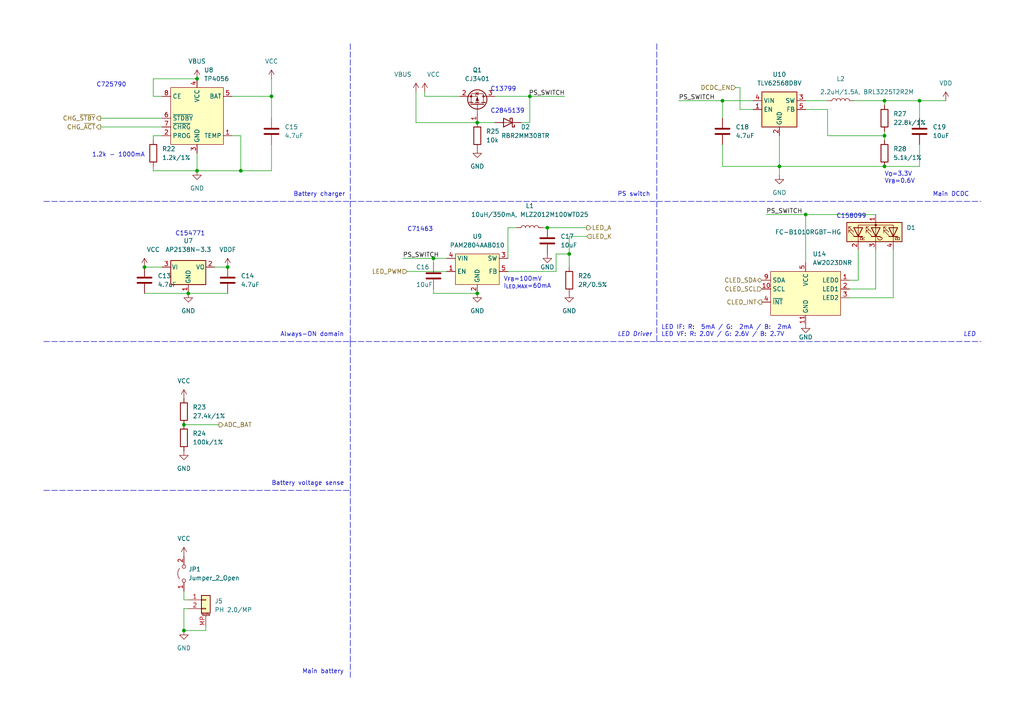
<source format=kicad_sch>
(kicad_sch (version 20211123) (generator eeschema)
  (paper "A4")
  (title_block (title "Home Sensor Tag") (rev "A0") (company "iM.Inc") (comment 1 "PRE-RELEASE"))
  (lib_symbols
    (symbol "Battery_Management_Local:TP4056"
      (property "Reference" "U" (at 0 0 0))
      (property "Value" "TP4056" (at 25.4 11.43 0))
      (symbol "TP4056_0_0"
        (pin input line (at 10.16 -5.08 180) (length 2.54) (name "TEMP") (number "1"))
        (pin input line (at -10.16 -5.08 0) (length 2.54) (name "PROG") (number "2"))
        (pin power_in line (at 0 -10.16 90) (length 2.54) (name "GND") (number "3"))
        (pin power_in line (at 0 11.43 270) (length 2.54) (name "VCC") (number "4"))
        (pin power_out line (at 10.16 6.35 180) (length 2.54) (name "BAT") (number "5"))
        (pin open_collector line (at -10.16 0 0) (length 2.54) (name "~{STDBY}") (number "6"))
        (pin open_collector line (at -10.16 -2.54 0) (length 2.54) (name "~{CHRG}") (number "7"))
        (pin input line (at -10.16 6.35 0) (length 2.54) (name "CE") (number "8"))
      )
      (symbol "TP4056_0_1"
        (rectangle (start -7.62 8.89) (end 7.62 -7.62) (fill (type background)))
      )
      (symbol "TP4056_1_1"
        (pin passive line (at 10.16 0 180) (length 2.54) hide (name "EP") (number "9"))
      )
    )
    (symbol "Connector_Generic_MountingPin:Conn_01x02_MountingPin" (pin_names (offset 1.016) hide)
      (property "Reference" "J" (at 0 2.54 0))
      (property "Value" "Conn_01x02_MountingPin" (at 1.27 -5.08 0))
      (symbol "Conn_01x02_MountingPin_1_1"
        (rectangle (start -1.27 -2.413) (end 0 -2.667) (stroke (width 0.1524)))
        (rectangle (start -1.27 0.127) (end 0 -0.127) (stroke (width 0.1524)))
        (rectangle (start -1.27 1.27) (end 1.27 -3.81) (stroke (width 0.254)) (fill (type background)))
        (polyline (pts (xy -1.016 -4.572) (xy 1.016 -4.572)) (stroke (width 0.1524)))
        (text "Mounting" (at 0 -4.191 0) (effects (font (size 0.381 0.381))))
        (pin passive line (at -5.08 0 0) (length 3.81) (name "Pin_1") (number "1"))
        (pin passive line (at -5.08 -2.54 0) (length 3.81) (name "Pin_2") (number "2"))
        (pin passive line (at 0 -7.62 90) (length 3.048) (name "MountPin") (number "MP"))
      )
    )
    (symbol "Device:C" (pin_numbers hide) (pin_names (offset 0.254))
      (property "Reference" "C" (at 0.635 2.54 0))
      (property "Value" "C" (at 0.635 -2.54 0))
      (symbol "C_0_1"
        (polyline (pts (xy -2.032 -0.762) (xy 2.032 -0.762)) (stroke (width 0.508)))
        (polyline (pts (xy -2.032 0.762) (xy 2.032 0.762)) (stroke (width 0.508)))
      )
      (symbol "C_1_1"
        (pin passive line (at 0 3.81 270) (length 2.794) (name "~") (number "1"))
        (pin passive line (at 0 -3.81 90) (length 2.794) (name "~") (number "2"))
      )
    )
    (symbol "Device:D_Schottky" (pin_numbers hide) (pin_names (offset 1.016) hide)
      (property "Reference" "D" (at 0 2.54 0))
      (property "Value" "D_Schottky" (at 0 -2.54 0))
      (symbol "D_Schottky_0_1"
        (polyline (pts (xy 1.27 0) (xy -1.27 0)))
        (polyline (pts (xy 1.27 1.27) (xy 1.27 -1.27) (xy -1.27 0) (xy 1.27 1.27)) (stroke (width 0.254)))
        (polyline (pts (xy -1.905 0.635) (xy -1.905 1.27) (xy -1.27 1.27) (xy -1.27 -1.27) (xy -0.635 -1.27) (xy -0.635 -0.635)) (stroke (width 0.254)))
      )
      (symbol "D_Schottky_1_1"
        (pin passive line (at -3.81 0 0) (length 2.54) (name "K") (number "1"))
        (pin passive line (at 3.81 0 180) (length 2.54) (name "A") (number "2"))
      )
    )
    (symbol "Device:L" (pin_numbers hide) (pin_names (offset 1.016) hide)
      (property "Reference" "L" (at -1.27 0 90))
      (property "Value" "L" (at 1.905 0 90))
      (symbol "L_0_1"
        (arc (start 0 -2.54) (mid 0.635 -1.905) (end 0 -1.27))
        (arc (start 0 -1.27) (mid 0.635 -0.635) (end 0 0))
        (arc (start 0 0) (mid 0.635 0.635) (end 0 1.27))
        (arc (start 0 1.27) (mid 0.635 1.905) (end 0 2.54))
      )
      (symbol "L_1_1"
        (pin passive line (at 0 3.81 270) (length 1.27) (name "1") (number "1"))
        (pin passive line (at 0 -3.81 90) (length 1.27) (name "2") (number "2"))
      )
    )
    (symbol "Device:LED_ARGB" (pin_names (offset 0) hide)
      (property "Reference" "D" (at 0 9.398 0))
      (property "Value" "LED_ARGB" (at 0 -8.89 0))
      (symbol "LED_ARGB_0_0"
        (text "B" (at -1.905 -6.35 0) (effects (font (size 1.27 1.27))))
        (text "G" (at -1.905 -1.27 0) (effects (font (size 1.27 1.27))))
        (text "R" (at -1.905 3.81 0) (effects (font (size 1.27 1.27))))
      )
      (symbol "LED_ARGB_0_1"
        (polyline (pts (xy -1.27 -5.08) (xy -2.54 -5.08)))
        (polyline (pts (xy -1.27 -5.08) (xy 1.27 -5.08)))
        (polyline (pts (xy -1.27 -3.81) (xy -1.27 -6.35)) (stroke (width 0.254)))
        (polyline (pts (xy -1.27 0) (xy -2.54 0)))
        (polyline (pts (xy -1.27 1.27) (xy -1.27 -1.27)) (stroke (width 0.254)))
        (polyline (pts (xy -1.27 5.08) (xy -2.54 5.08)))
        (polyline (pts (xy -1.27 5.08) (xy 1.27 5.08)))
        (polyline (pts (xy -1.27 6.35) (xy -1.27 3.81)) (stroke (width 0.254)))
        (polyline (pts (xy 1.27 0) (xy -1.27 0)))
        (polyline (pts (xy 1.27 0) (xy 2.54 0)))
        (polyline (pts (xy -1.27 1.27) (xy -1.27 -1.27) (xy -1.27 -1.27)))
        (polyline (pts (xy -1.27 6.35) (xy -1.27 3.81) (xy -1.27 3.81)))
        (polyline (pts (xy 1.27 -5.08) (xy 2.032 -5.08) (xy 2.032 5.08) (xy 1.27 5.08)))
        (polyline (pts (xy 1.27 -3.81) (xy 1.27 -6.35) (xy -1.27 -5.08) (xy 1.27 -3.81)) (stroke (width 0.254)))
        (polyline (pts (xy 1.27 1.27) (xy 1.27 -1.27) (xy -1.27 0) (xy 1.27 1.27)) (stroke (width 0.254)))
        (polyline (pts (xy 1.27 6.35) (xy 1.27 3.81) (xy -1.27 5.08) (xy 1.27 6.35)) (stroke (width 0.254)))
        (polyline (pts (xy -1.016 -3.81) (xy 0.508 -2.286) (xy -0.254 -2.286) (xy 0.508 -2.286) (xy 0.508 -3.048)))
        (polyline (pts (xy -1.016 1.27) (xy 0.508 2.794) (xy -0.254 2.794) (xy 0.508 2.794) (xy 0.508 2.032)))
        (polyline (pts (xy -1.016 6.35) (xy 0.508 7.874) (xy -0.254 7.874) (xy 0.508 7.874) (xy 0.508 7.112)))
        (polyline (pts (xy 0 -3.81) (xy 1.524 -2.286) (xy 0.762 -2.286) (xy 1.524 -2.286) (xy 1.524 -3.048)))
        (polyline (pts (xy 0 1.27) (xy 1.524 2.794) (xy 0.762 2.794) (xy 1.524 2.794) (xy 1.524 2.032)))
        (polyline (pts (xy 0 6.35) (xy 1.524 7.874) (xy 0.762 7.874) (xy 1.524 7.874) (xy 1.524 7.112)))
        (rectangle (start 1.27 -1.27) (end 1.27 1.27))
        (rectangle (start 1.27 1.27) (end 1.27 1.27))
        (rectangle (start 1.27 3.81) (end 1.27 6.35))
        (rectangle (start 1.27 6.35) (end 1.27 6.35))
        (circle (center 2.032 0) (radius 0.254) (fill (type outline)))
        (rectangle (start 2.794 8.382) (end -2.794 -7.62) (stroke (width 0.254)) (fill (type background)))
      )
      (symbol "LED_ARGB_1_1"
        (pin passive line (at 5.08 0 180) (length 2.54) (name "A") (number "1"))
        (pin passive line (at -5.08 5.08 0) (length 2.54) (name "RK") (number "2"))
        (pin passive line (at -5.08 0 0) (length 2.54) (name "GK") (number "3"))
        (pin passive line (at -5.08 -5.08 0) (length 2.54) (name "BK") (number "4"))
      )
    )
    (symbol "Device:Q_PMOS_GSD" (pin_names (offset 0) hide)
      (property "Reference" "Q" (at 5.08 1.27 0))
      (property "Value" "Q_PMOS_GSD" (at 5.08 -1.27 0))
      (symbol "Q_PMOS_GSD_0_1"
        (polyline (pts (xy 0.254 0) (xy -2.54 0)))
        (polyline (pts (xy 0.254 1.905) (xy 0.254 -1.905)) (stroke (width 0.254)))
        (polyline (pts (xy 0.762 -1.27) (xy 0.762 -2.286)) (stroke (width 0.254)))
        (polyline (pts (xy 0.762 0.508) (xy 0.762 -0.508)) (stroke (width 0.254)))
        (polyline (pts (xy 0.762 2.286) (xy 0.762 1.27)) (stroke (width 0.254)))
        (polyline (pts (xy 2.54 2.54) (xy 2.54 1.778)))
        (polyline (pts (xy 2.54 -2.54) (xy 2.54 0) (xy 0.762 0)))
        (polyline (pts (xy 0.762 1.778) (xy 3.302 1.778) (xy 3.302 -1.778) (xy 0.762 -1.778)))
        (polyline (pts (xy 2.286 0) (xy 1.27 0.381) (xy 1.27 -0.381) (xy 2.286 0)) (fill (type outline)))
        (polyline (pts (xy 2.794 -0.508) (xy 2.921 -0.381) (xy 3.683 -0.381) (xy 3.81 -0.254)))
        (polyline (pts (xy 3.302 -0.381) (xy 2.921 0.254) (xy 3.683 0.254) (xy 3.302 -0.381)))
        (circle (center 1.651 0) (radius 2.794) (stroke (width 0.254)))
        (circle (center 2.54 -1.778) (radius 0.254) (fill (type outline)))
        (circle (center 2.54 1.778) (radius 0.254) (fill (type outline)))
      )
      (symbol "Q_PMOS_GSD_1_1"
        (pin input line (at -5.08 0 0) (length 2.54) (name "G") (number "1"))
        (pin passive line (at 2.54 -5.08 90) (length 2.54) (name "S") (number "2"))
        (pin passive line (at 2.54 5.08 270) (length 2.54) (name "D") (number "3"))
      )
    )
    (symbol "Device:R" (pin_numbers hide) (pin_names (offset 0))
      (property "Reference" "R" (at 2.032 0 90))
      (property "Value" "R" (at 0 0 90))
      (symbol "R_0_1"
        (rectangle (start -1.016 -2.54) (end 1.016 2.54) (stroke (width 0.254)))
      )
      (symbol "R_1_1"
        (pin passive line (at 0 3.81 270) (length 1.27) (name "~") (number "1"))
        (pin passive line (at 0 -3.81 90) (length 1.27) (name "~") (number "2"))
      )
    )
    (symbol "Jumper:Jumper_2_Open" (pin_names (offset 0) hide)
      (property "Reference" "JP" (at 0 2.794 0))
      (property "Value" "Jumper_2_Open" (at 0 -2.286 0))
      (symbol "Jumper_2_Open_0_0"
        (circle (center -2.032 0) (radius 0.508))
        (circle (center 2.032 0) (radius 0.508))
      )
      (symbol "Jumper_2_Open_0_1"
        (arc (start 1.524 1.27) (mid 0 1.778) (end -1.524 1.27))
      )
      (symbol "Jumper_2_Open_1_1"
        (pin passive line (at -5.08 0 0) (length 2.54) (name "A") (number "1"))
        (pin passive line (at 5.08 0 180) (length 2.54) (name "B") (number "2"))
      )
    )
    (symbol "LED_Driver:AW2023DNR"
      (property "Reference" "U" (at -8.89 6.35 0))
      (property "Value" "AW2023DNR" (at 7.62 6.35 0))
      (symbol "AW2023DNR_0_0"
        (pin power_out line (at 12.7 2.54 180) (length 2.54) (name "LED0") (number "1"))
        (pin input line (at -12.7 0 0) (length 2.54) (name "SCL") (number "10"))
        (pin input line (at 0 -10.16 90) (length 2.54) (name "GND") (number "11"))
        (pin power_out line (at 12.7 0 180) (length 2.54) (name "LED1") (number "2"))
        (pin power_out line (at 12.7 -2.54 180) (length 2.54) (name "LED2") (number "3"))
        (pin open_collector line (at -12.7 -3.81 0) (length 2.54) (name "~{INT}") (number "4"))
        (pin power_in line (at 0 7.62 270) (length 2.54) (name "VCC") (number "5"))
        (pin no_connect line (at 12.7 -5.08 180) (length 2.54) hide (name "NC") (number "6"))
        (pin no_connect line (at 12.7 -5.08 180) (length 2.54) hide (name "NC") (number "7"))
        (pin no_connect line (at 12.7 -5.08 180) (length 2.54) hide (name "NC") (number "8"))
        (pin tri_state line (at -12.7 2.54 0) (length 2.54) (name "SDA") (number "9"))
      )
      (symbol "AW2023DNR_0_1"
        (rectangle (start -10.16 5.08) (end 10.16 -7.62) (stroke (width 0.1524)) (fill (type background)))
      )
    )
    (symbol "LED_Driver:PAM2804AAB010"
      (property "Reference" "U" (at -6.35 5.08 0))
      (property "Value" "PAM2804AAB010" (at 10.16 5.08 0))
      (symbol "PAM2804AAB010_0_0"
        (pin input line (at -8.89 -1.27 0) (length 2.54) (name "EN") (number "1"))
        (pin power_in line (at 0 -7.62 90) (length 2.54) (name "GND") (number "2"))
        (pin power_out line (at 8.89 2.54 180) (length 2.54) (name "SW") (number "3"))
        (pin power_in line (at -8.89 2.54 0) (length 2.54) (name "VIN") (number "4"))
        (pin input line (at 8.89 -1.27 180) (length 2.54) (name "FB") (number "5"))
      )
      (symbol "PAM2804AAB010_0_1"
        (rectangle (start -6.35 3.81) (end 6.35 -5.08) (fill (type background)))
      )
    )
    (symbol "Regulator_Linear:AP2127N-3.3" (pin_names (offset 0.254))
      (property "Reference" "U" (at -3.81 3.175 0))
      (property "Value" "AP2127N-3.3" (at 0 3.175 0))
      (symbol "AP2127N-3.3_0_1"
        (rectangle (start -5.08 1.905) (end 5.08 -5.08) (stroke (width 0.254)) (fill (type background)))
      )
      (symbol "AP2127N-3.3_1_1"
        (pin power_in line (at 0 -7.62 90) (length 2.54) (name "GND") (number "1"))
        (pin power_out line (at 7.62 0 180) (length 2.54) (name "VO") (number "2"))
        (pin power_in line (at -7.62 0 0) (length 2.54) (name "VI") (number "3"))
      )
    )
    (symbol "Regulator_Switching:TLV62568DBV"
      (property "Reference" "U" (at -5.08 6.35 0))
      (property "Value" "TLV62568DBV" (at 0 6.35 0))
      (symbol "TLV62568DBV_0_1"
        (rectangle (start -5.08 5.08) (end 5.08 -5.08) (stroke (width 0.254)) (fill (type background)))
      )
      (symbol "TLV62568DBV_1_1"
        (pin input line (at -7.62 0 0) (length 2.54) (name "EN") (number "1"))
        (pin power_in line (at 0 -7.62 90) (length 2.54) (name "GND") (number "2"))
        (pin power_out line (at 7.62 2.54 180) (length 2.54) (name "SW") (number "3"))
        (pin power_in line (at -7.62 2.54 0) (length 2.54) (name "VIN") (number "4"))
        (pin input line (at 7.62 0 180) (length 2.54) (name "FB") (number "5"))
      )
    )
    (symbol "power:GND" (power) (pin_names (offset 0))
      (property "Value" "GND" (at 0 -3.81 0))
      (symbol "GND_0_1"
        (polyline (pts (xy 0 0) (xy 0 -1.27) (xy 1.27 -1.27) (xy 0 -2.54) (xy -1.27 -1.27) (xy 0 -1.27)))
      )
      (symbol "GND_1_1"
        (pin power_in line (at 0 0 270) (length 0) hide (name "GND") (number "1"))
      )
    )
    (symbol "power:VBUS" (power) (pin_names (offset 0))
      (property "Value" "VBUS" (at 0 3.81 0))
      (symbol "VBUS_0_1"
        (polyline (pts (xy -0.762 1.27) (xy 0 2.54)))
        (polyline (pts (xy 0 0) (xy 0 2.54)))
        (polyline (pts (xy 0 2.54) (xy 0.762 1.27)))
      )
      (symbol "VBUS_1_1"
        (pin power_in line (at 0 0 90) (length 0) hide (name "VBUS") (number "1"))
      )
    )
    (symbol "power:VCC" (power) (pin_names (offset 0))
      (property "Value" "VCC" (at 0 3.81 0))
      (symbol "VCC_0_1"
        (polyline (pts (xy -0.762 1.27) (xy 0 2.54)))
        (polyline (pts (xy 0 0) (xy 0 2.54)))
        (polyline (pts (xy 0 2.54) (xy 0.762 1.27)))
      )
      (symbol "VCC_1_1"
        (pin power_in line (at 0 0 90) (length 0) hide (name "VCC") (number "1"))
      )
    )
    (symbol "power:VDD" (power) (pin_names (offset 0))
      (property "Value" "VDD" (at 0 3.81 0))
      (symbol "VDD_0_1"
        (polyline (pts (xy -0.762 1.27) (xy 0 2.54)))
        (polyline (pts (xy 0 0) (xy 0 2.54)))
        (polyline (pts (xy 0 2.54) (xy 0.762 1.27)))
      )
      (symbol "VDD_1_1"
        (pin power_in line (at 0 0 90) (length 0) hide (name "VDD") (number "1"))
      )
    )
    (symbol "power:VDDF" (power) (pin_names (offset 0))
      (property "Value" "VDDF" (at 0 3.81 0))
      (symbol "VDDF_0_1"
        (polyline (pts (xy -0.762 1.27) (xy 0 2.54)))
        (polyline (pts (xy 0 0) (xy 0 2.54)))
        (polyline (pts (xy 0 2.54) (xy 0.762 1.27)))
      )
      (symbol "VDDF_1_1"
        (pin power_in line (at 0 0 90) (length 0) hide (name "VDDF") (number "1"))
      )
    )
  )
  (junction (at 158.75 66.04))
  (junction (at 69.85 49.53))
  (junction (at 266.7 29.21))
  (junction (at 256.54 48.26))
  (junction (at 256.54 29.21))
  (junction (at 209.55 29.21))
  (junction (at 53.34 182.88))
  (junction (at 233.68 62.23))
  (junction (at 66.04 77.47))
  (junction (at 57.15 22.86))
  (junction (at 256.54 39.37))
  (junction (at 57.15 49.53))
  (junction (at 165.1 73.66))
  (junction (at 153.67 27.94))
  (junction (at 138.43 35.56))
  (junction (at 226.06 48.26))
  (junction (at 125.73 74.93))
  (junction (at 138.43 85.09))
  (junction (at 41.91 77.47))
  (junction (at 54.61 85.09))
  (junction (at 78.74 27.94))
  (junction (at 53.34 123.19))
  (wire (pts (xy 165.1 68.58) (xy 170.18 68.58)))
  (wire (pts (xy 254 72.39) (xy 254 83.82)))
  (polyline (pts (xy 101.6 58.42) (xy 190.5 58.42)))
  (wire (pts (xy 158.75 66.04) (xy 170.18 66.04)))
  (wire (pts (xy 44.45 27.94) (xy 44.45 22.86)))
  (polyline (pts (xy 101.6 99.06) (xy 190.5 99.06)))
  (wire (pts (xy 147.32 78.74) (xy 161.29 78.74)))
  (wire (pts (xy 153.67 27.94) (xy 153.67 35.56)))
  (wire (pts (xy 248.92 81.28) (xy 248.92 72.39)))
  (wire (pts (xy 123.19 27.94) (xy 133.35 27.94)))
  (wire (pts (xy 233.68 31.75) (xy 240.03 31.75)))
  (polyline (pts (xy 190.5 58.42) (xy 284.48 58.42)))
  (wire (pts (xy 165.1 68.58) (xy 165.1 73.66)))
  (wire (pts (xy 226.06 48.26) (xy 226.06 50.8)))
  (wire (pts (xy 57.15 44.45) (xy 57.15 49.53)))
  (wire (pts (xy 118.11 78.74) (xy 129.54 78.74)))
  (wire (pts (xy 165.1 73.66) (xy 165.1 77.47)))
  (wire (pts (xy 256.54 39.37) (xy 256.54 40.64)))
  (wire (pts (xy 161.29 78.74) (xy 161.29 73.66)))
  (wire (pts (xy 246.38 81.28) (xy 248.92 81.28)))
  (wire (pts (xy 44.45 39.37) (xy 46.99 39.37)))
  (wire (pts (xy 53.34 171.45) (xy 53.34 173.99)))
  (wire (pts (xy 120.65 35.56) (xy 138.43 35.56)))
  (wire (pts (xy 41.91 85.09) (xy 54.61 85.09)))
  (wire (pts (xy 44.45 40.64) (xy 44.45 39.37)))
  (wire (pts (xy 209.55 48.26) (xy 226.06 48.26)))
  (wire (pts (xy 226.06 39.37) (xy 226.06 48.26)))
  (wire (pts (xy 254 83.82) (xy 246.38 83.82)))
  (wire (pts (xy 233.68 62.23) (xy 233.68 76.2)))
  (wire (pts (xy 44.45 22.86) (xy 57.15 22.86)))
  (wire (pts (xy 78.74 41.91) (xy 78.74 49.53)))
  (wire (pts (xy 69.85 39.37) (xy 69.85 49.53)))
  (wire (pts (xy 209.55 34.29) (xy 209.55 29.21)))
  (wire (pts (xy 266.7 48.26) (xy 256.54 48.26)))
  (wire (pts (xy 246.38 86.36) (xy 259.08 86.36)))
  (wire (pts (xy 240.03 31.75) (xy 240.03 39.37)))
  (wire (pts (xy 125.73 74.93) (xy 129.54 74.93)))
  (wire (pts (xy 256.54 29.21) (xy 266.7 29.21)))
  (polyline (pts (xy 190.5 58.42) (xy 190.5 99.06)))
  (wire (pts (xy 259.08 72.39) (xy 259.08 86.36)))
  (wire (pts (xy 120.65 26.67) (xy 120.65 35.56)))
  (wire (pts (xy 266.7 29.21) (xy 274.32 29.21)))
  (polyline (pts (xy 101.6 58.42) (xy 101.6 99.06)))
  (wire (pts (xy 138.43 35.56) (xy 143.51 35.56)))
  (wire (pts (xy 247.65 29.21) (xy 256.54 29.21)))
  (wire (pts (xy 54.61 85.09) (xy 66.04 85.09)))
  (polyline (pts (xy 190.5 12.7) (xy 190.5 58.42)))
  (wire (pts (xy 78.74 22.86) (xy 78.74 27.94)))
  (wire (pts (xy 53.34 123.19) (xy 63.5 123.19)))
  (wire (pts (xy 67.31 27.94) (xy 78.74 27.94)))
  (wire (pts (xy 153.67 27.94) (xy 163.83 27.94)))
  (polyline (pts (xy 101.6 12.7) (xy 101.6 58.42)))
  (wire (pts (xy 46.99 34.29) (xy 29.21 34.29)))
  (wire (pts (xy 240.03 39.37) (xy 256.54 39.37)))
  (wire (pts (xy 196.85 29.21) (xy 209.55 29.21)))
  (polyline (pts (xy 12.7 99.06) (xy 101.6 99.06)))
  (wire (pts (xy 214.63 31.75) (xy 218.44 31.75)))
  (wire (pts (xy 153.67 35.56) (xy 151.13 35.56)))
  (wire (pts (xy 62.23 77.47) (xy 66.04 77.47)))
  (wire (pts (xy 41.91 77.47) (xy 46.99 77.47)))
  (wire (pts (xy 125.73 85.09) (xy 138.43 85.09)))
  (wire (pts (xy 214.63 25.4) (xy 214.63 31.75)))
  (wire (pts (xy 157.48 66.04) (xy 158.75 66.04)))
  (wire (pts (xy 59.69 182.88) (xy 59.69 181.61)))
  (wire (pts (xy 53.34 176.53) (xy 53.34 182.88)))
  (wire (pts (xy 44.45 49.53) (xy 57.15 49.53)))
  (wire (pts (xy 44.45 48.26) (xy 44.45 49.53)))
  (wire (pts (xy 161.29 73.66) (xy 165.1 73.66)))
  (wire (pts (xy 57.15 49.53) (xy 69.85 49.53)))
  (wire (pts (xy 69.85 49.53) (xy 78.74 49.53)))
  (wire (pts (xy 125.73 74.93) (xy 125.73 76.2)))
  (wire (pts (xy 46.99 27.94) (xy 44.45 27.94)))
  (wire (pts (xy 266.7 41.91) (xy 266.7 48.26)))
  (wire (pts (xy 53.34 182.88) (xy 59.69 182.88)))
  (polyline (pts (xy 101.6 99.06) (xy 101.6 142.24)))
  (wire (pts (xy 209.55 41.91) (xy 209.55 48.26)))
  (wire (pts (xy 143.51 27.94) (xy 153.67 27.94)))
  (wire (pts (xy 54.61 176.53) (xy 53.34 176.53)))
  (wire (pts (xy 116.84 74.93) (xy 125.73 74.93)))
  (wire (pts (xy 256.54 30.48) (xy 256.54 29.21)))
  (wire (pts (xy 254 62.23) (xy 233.68 62.23)))
  (polyline (pts (xy 12.7 58.42) (xy 101.6 58.42)))
  (wire (pts (xy 222.25 62.23) (xy 233.68 62.23)))
  (wire (pts (xy 29.21 36.83) (xy 46.99 36.83)))
  (wire (pts (xy 78.74 27.94) (xy 78.74 34.29)))
  (wire (pts (xy 256.54 38.1) (xy 256.54 39.37)))
  (polyline (pts (xy 101.6 142.24) (xy 101.6 196.85)))
  (wire (pts (xy 213.36 25.4) (xy 214.63 25.4)))
  (wire (pts (xy 53.34 173.99) (xy 54.61 173.99)))
  (wire (pts (xy 266.7 29.21) (xy 266.7 34.29)))
  (wire (pts (xy 233.68 29.21) (xy 240.03 29.21)))
  (wire (pts (xy 226.06 48.26) (xy 256.54 48.26)))
  (wire (pts (xy 209.55 29.21) (xy 218.44 29.21)))
  (wire (pts (xy 147.32 66.04) (xy 149.86 66.04)))
  (polyline (pts (xy 190.5 99.06) (xy 284.48 99.06)))
  (wire (pts (xy 123.19 26.67) (xy 123.19 27.94)))
  (wire (pts (xy 125.73 83.82) (xy 125.73 85.09)))
  (wire (pts (xy 67.31 39.37) (xy 69.85 39.37)))
  (wire (pts (xy 147.32 66.04) (xy 147.32 74.93)))
  (polyline (pts (xy 12.7 142.24) (xy 101.6 142.24)))
  (text "1.2k - 1000mA" (at 26.67 45.72 0) (effects (font (size 1.27 1.27)) (justify left bottom)))
  (text "C2845139" (at 142.24 33.02 0) (effects (font (size 1.27 1.27)) (justify left bottom)))
  (text "C71463" (at 118.11 67.31 0) (effects (font (size 1.27 1.27)) (justify left bottom)))
  (text "Battery charger" (at 85.09 57.15 0) (effects (font (size 1.27 1.27)) (justify left bottom)))
  (text "V_{O}=3.3V\nV_{FB}=0.6V" (at 256.54 53.34 0) (effects (font (size 1.27 1.27)) (justify left bottom)))
  (text "Main DCDC" (at 270.51 57.15 0) (effects (font (size 1.27 1.27)) (justify left bottom)))
  (text "LED IF: R:  5mA / G:  2mA / B:  2mA\nLED VF: R: 2.0V / G: 2.6V / B: 2.7V" (at 191.77 97.79 0) (effects (font (size 1.27 1.27)) (justify left bottom)))
  (text "C158099" (at 242.57 63.5 0) (effects (font (size 1.27 1.27)) (justify left bottom)))
  (text "Battery voltage sense" (at 78.74 140.97 0) (effects (font (size 1.27 1.27)) (justify left bottom)))
  (text "Main battery" (at 87.63 195.58 0) (effects (font (size 1.27 1.27)) (justify left bottom)))
  (text "V_{FB}=100mV\nI_{LED,MAX}=60mA" (at 146.05 83.82 0) (effects (font (size 1.27 1.27)) (justify left bottom)))
  (text "C154771" (at 50.8 68.58 0) (effects (font (size 1.27 1.27)) (justify left bottom)))
  (text "LED Driver" (at 179.07 97.79 0) (effects (font (size 1.27 1.27) italic) (justify left bottom)))
  (text "PS switch" (at 179.07 57.15 0) (effects (font (size 1.27 1.27)) (justify left bottom)))
  (text "C725790" (at 27.94 25.4 0) (effects (font (size 1.27 1.27)) (justify left bottom)))
  (text "LED" (at 279.4 97.79 0) (effects (font (size 1.27 1.27) italic) (justify left bottom)))
  (text "C13799" (at 142.24 26.67 0) (effects (font (size 1.27 1.27)) (justify left bottom)))
  (text "Always-ON domain" (at 81.28 97.79 0) (effects (font (size 1.27 1.27)) (justify left bottom)))
  (label "PS_SWITCH" (at 163.83 27.94 180))
  (label "PS_SWITCH" (at 196.85 29.21 0))
  (label "PS_SWITCH" (at 116.84 74.93 0))
  (label "PS_SWITCH" (at 222.25 62.23 0))
  (hierarchical_label "DCDC_EN" (shape input) (at 213.36 25.4 180))
  (hierarchical_label "CLED_SDA" (shape bidirectional) (at 220.98 81.28 180))
  (hierarchical_label "ADC_BAT" (shape output) (at 63.5 123.19 0))
  (hierarchical_label "CLED_SCL" (shape input) (at 220.98 83.82 180))
  (hierarchical_label "LED_K" (shape input) (at 170.18 68.58 0))
  (hierarchical_label "CHG_~{ACT}" (shape output) (at 29.21 36.83 180))
  (hierarchical_label "LED_A" (shape output) (at 170.18 66.04 0))
  (hierarchical_label "LED_PWM" (shape input) (at 118.11 78.74 180))
  (hierarchical_label "CHG_~{STBY}" (shape output) (at 29.21 34.29 180))
  (hierarchical_label "CLED_INT" (shape output) (at 220.98 87.63 180))
  (symbol (lib_id "power:GND") (at 226.06 50.8 0) (unit 1)
    (property "Reference" "#PWR0121" (effects hide))
    (property "Value" "GND" (at 226.06 55.88 0))
  )
  (symbol (lib_id "Device:C") (at 78.74 38.1 0) (unit 1)
    (property "Reference" "C15" (at 82.55 36.8299 0) (effects (justify left)))
    (property "Value" "4.7uF" (at 82.55 39.3699 0) (effects (justify left)))
    (property "Footprint" "Capacitor_SMD:C_0603_1608Metric" (effects hide))
  )
  (symbol (lib_id "power:VBUS") (at 120.65 26.67 0) (unit 1)
    (property "Reference" "#PWR0127" (effects hide))
    (property "Value" "VBUS" (at 116.84 21.59 0))
  )
  (symbol (lib_id "power:VCC") (at 123.19 26.67 0) (unit 1)
    (property "Reference" "#PWR0126" (effects hide))
    (property "Value" "VCC" (at 125.73 21.59 0))
  )
  (symbol (lib_id "Device:C") (at 125.73 80.01 0) (unit 1)
    (property "Reference" "C16" (at 120.65 77.47 0) (effects (justify left)))
    (property "Value" "10uF" (at 120.65 82.55 0) (effects (justify left)))
    (property "Footprint" "Capacitor_SMD:C_0603_1608Metric" (effects hide))
  )
  (symbol (lib_id "Device:C") (at 66.04 81.28 0) (unit 1)
    (property "Reference" "C14" (at 69.85 80.0099 0) (effects (justify left)))
    (property "Value" "4.7uF" (at 69.85 82.5499 0) (effects (justify left)))
    (property "Footprint" "Capacitor_SMD:C_0603_1608Metric" (effects hide))
  )
  (symbol (lib_id "power:GND") (at 54.61 85.09 0) (unit 1)
    (property "Reference" "#PWR0132" (effects hide))
    (property "Value" "GND" (at 54.61 90.17 0))
  )
  (symbol (lib_id "Device:C") (at 41.91 81.28 0) (unit 1)
    (property "Reference" "C13" (at 45.72 80.0099 0) (effects (justify left)))
    (property "Value" "4.7uF" (at 45.72 82.5499 0) (effects (justify left)))
    (property "Footprint" "Capacitor_SMD:C_0603_1608Metric" (effects hide))
  )
  (symbol (lib_id "power:GND") (at 158.75 73.66 0) (unit 1)
    (property "Reference" "#PWR0143" (effects hide))
    (property "Value" "GND" (at 158.75 77.47 0))
  )
  (symbol (lib_id "Device:R") (at 165.1 81.28 0) (unit 1)
    (property "Reference" "R26" (at 167.64 80.0099 0) (effects (justify left)))
    (property "Value" "2R/0.5%" (at 167.64 82.5499 0) (effects (justify left)))
    (property "Footprint" "Resistor_SMD:R_0603_1608Metric" (effects hide))
  )
  (symbol (lib_id "Battery_Management_Local:TP4056") (at 57.15 34.29 0) (unit 1)
    (property "Reference" "U8" (at 59.1694 20.32 0) (effects (justify left)))
    (property "Value" "TP4056" (at 59.1694 22.86 0) (effects (justify left)))
    (property "Footprint" "Package_SO:SOIC-8-1EP_3.9x4.9mm_P1.27mm_EP2.62x3.51mm_ThermalVias" (effects hide))
  )
  (symbol (lib_id "Device:R") (at 53.34 119.38 0) (unit 1)
    (property "Reference" "R23" (at 55.88 118.1099 0) (effects (justify left)))
    (property "Value" "27.4k/1%" (at 55.88 120.6499 0) (effects (justify left)))
    (property "Footprint" "Resistor_SMD:R_0402_1005Metric" (effects hide))
  )
  (symbol (lib_id "power:VDD") (at 274.32 29.21 0) (unit 1)
    (property "Reference" "#PWR0122" (effects hide))
    (property "Value" "VDD" (at 274.32 24.13 0))
  )
  (symbol (lib_id "power:VDDF") (at 66.04 77.47 0) (unit 1)
    (property "Reference" "#PWR0129" (effects hide))
    (property "Value" "VDDF" (at 66.04 72.39 0))
  )
  (symbol (lib_id "Device:R") (at 138.43 39.37 0) (unit 1)
    (property "Reference" "R25" (at 140.97 38.0999 0) (effects (justify left)))
    (property "Value" "10k" (at 140.97 40.6399 0) (effects (justify left)))
    (property "Footprint" "Resistor_SMD:R_0402_1005Metric" (effects hide))
  )
  (symbol (lib_id "Connector_Generic_MountingPin:Conn_01x02_MountingPin") (at 59.69 173.99 0) (unit 1)
    (property "Reference" "J5" (at 62.23 174.3455 0) (effects (justify left)))
    (property "Value" "PH 2.0/MP" (at 62.23 176.8855 0) (effects (justify left)))
    (property "Footprint" "Connector_JST:JST_PH_B2B-PH-SM4-TB_1x02-1MP_P2.00mm_Vertical" (effects hide))
  )
  (symbol (lib_id "power:GND") (at 53.34 182.88 0) (unit 1)
    (property "Reference" "#PWR0134" (effects hide))
    (property "Value" "GND" (at 53.34 187.96 0))
  )
  (symbol (lib_id "power:GND") (at 138.43 85.09 0) (unit 1)
    (property "Reference" "#PWR0145" (effects hide))
    (property "Value" "GND" (at 138.43 90.17 0))
  )
  (symbol (lib_id "Device:C") (at 266.7 38.1 0) (unit 1)
    (property "Reference" "C19" (at 270.51 36.8299 0) (effects (justify left)))
    (property "Value" "10uF" (at 270.51 39.3699 0) (effects (justify left)))
    (property "Footprint" "Capacitor_SMD:C_0603_1608Metric" (effects hide))
  )
  (symbol (lib_id "Device:R") (at 44.45 44.45 0) (unit 1)
    (property "Reference" "R22" (at 46.99 43.1799 0) (effects (justify left)))
    (property "Value" "1.2k/1%" (at 46.99 45.7199 0) (effects (justify left)))
    (property "Footprint" "Resistor_SMD:R_0402_1005Metric" (effects hide))
  )
  (symbol (lib_id "Device:L") (at 243.84 29.21 90) (unit 1)
    (property "Reference" "L2" (at 243.84 22.86 90))
    (property "Value" "2.2uH/1.5A, BRL3225T2R2M" (at 251.46 26.67 90))
    (property "Footprint" "Inductor_SMD:L_1210_3225Metric" (effects hide))
  )
  (symbol (lib_id "Device:C") (at 209.55 38.1 0) (unit 1)
    (property "Reference" "C18" (at 213.36 36.8299 0) (effects (justify left)))
    (property "Value" "4.7uF" (at 213.36 39.3699 0) (effects (justify left)))
    (property "Footprint" "Capacitor_SMD:C_0603_1608Metric" (effects hide))
  )
  (symbol (lib_id "power:GND") (at 165.1 85.09 0) (unit 1)
    (property "Reference" "#PWR0144" (effects hide))
    (property "Value" "GND" (at 165.1 90.17 0))
  )
  (symbol (lib_id "Device:R") (at 53.34 127 0) (unit 1)
    (property "Reference" "R24" (at 55.88 125.7299 0) (effects (justify left)))
    (property "Value" "100k/1%" (at 55.88 128.2699 0) (effects (justify left)))
    (property "Footprint" "Resistor_SMD:R_0402_1005Metric" (effects hide))
  )
  (symbol (lib_id "power:GND") (at 53.34 130.81 0) (unit 1)
    (property "Reference" "#PWR0133" (effects hide))
    (property "Value" "GND" (at 53.34 135.89 0))
  )
  (symbol (lib_id "LED_Driver:AW2023DNR") (at 233.68 83.82 0) (unit 1)
    (property "Reference" "U14" (at 235.6994 73.66 0) (effects (justify left)))
    (property "Value" "AW2023DNR" (at 235.6994 76.2 0) (effects (justify left)))
    (property "Footprint" "Package_DFN_AW:Package_DFN10_1EP_2mmx2mm" (effects hide))
  )
  (symbol (lib_id "Device:C") (at 158.75 69.85 0) (unit 1)
    (property "Reference" "C17" (at 162.56 68.5799 0) (effects (justify left)))
    (property "Value" "10uF" (at 162.56 71.1199 0) (effects (justify left)))
    (property "Footprint" "Capacitor_SMD:C_0603_1608Metric" (effects hide))
  )
  (symbol (lib_id "Jumper:Jumper_2_Open") (at 53.34 166.37 90) (unit 1)
    (property "Reference" "JP1" (at 54.61 165.0999 90) (effects (justify right)))
    (property "Value" "Jumper_2_Open" (at 54.61 167.6399 90) (effects (justify right)))
    (property "Footprint" "Jumper:SolderJumper-2_P1.3mm_Open_TrianglePad1.0x1.5mm" (effects hide))
  )
  (symbol (lib_id "power:GND") (at 138.43 43.18 0) (unit 1)
    (property "Reference" "#PWR0128" (effects hide))
    (property "Value" "GND" (at 138.43 48.26 0))
  )
  (symbol (lib_id "power:VCC") (at 41.91 77.47 0) (unit 1)
    (property "Reference" "#PWR0131" (effects hide))
    (property "Value" "VCC" (at 44.45 72.39 0))
  )
  (symbol (lib_id "power:VCC") (at 78.74 22.86 0) (unit 1)
    (property "Reference" "#PWR0125" (effects hide))
    (property "Value" "VCC" (at 78.74 17.78 0))
  )
  (symbol (lib_id "Device:R") (at 256.54 44.45 0) (unit 1)
    (property "Reference" "R28" (at 259.08 43.1799 0) (effects (justify left)))
    (property "Value" "5.1k/1%" (at 259.08 45.7199 0) (effects (justify left)))
    (property "Footprint" "Resistor_SMD:R_0402_1005Metric" (effects hide))
  )
  (symbol (lib_id "Device:D_Schottky") (at 147.32 35.56 180) (unit 1)
    (property "Reference" "D2" (at 152.4 36.83 0))
    (property "Value" "RBR2MM30BTR" (at 152.4 39.37 0))
    (property "Footprint" "Diode_SMD:D_SOD-123" (effects hide))
  )
  (symbol (lib_id "power:VBUS") (at 57.15 22.86 0) (unit 1)
    (property "Reference" "#PWR0124" (effects hide))
    (property "Value" "VBUS" (at 57.15 17.78 0))
  )
  (symbol (lib_id "power:GND") (at 57.15 49.53 0) (unit 1)
    (property "Reference" "#PWR0142" (effects hide))
    (property "Value" "GND" (at 57.15 54.61 0))
  )
  (symbol (lib_id "Device:R") (at 256.54 34.29 0) (unit 1)
    (property "Reference" "R27" (at 259.08 33.0199 0) (effects (justify left)))
    (property "Value" "22.8k/1%" (at 259.08 35.5599 0) (effects (justify left)))
    (property "Footprint" "Resistor_SMD:R_0402_1005Metric" (effects hide))
  )
  (symbol (lib_id "LED_Driver:PAM2804AAB010") (at 138.43 77.47 0) (unit 1)
    (property "Reference" "U9" (at 138.43 68.58 0))
    (property "Value" "PAM2804AAB010" (at 138.43 71.12 0))
    (property "Footprint" "Package_TO_SOT_SMD:SOT-23-5" (effects hide))
  )
  (symbol (lib_id "Device:Q_PMOS_GSD") (at 138.43 30.48 270) (mirror x) (unit 1)
    (property "Reference" "Q1" (at 138.43 20.32 90))
    (property "Value" "CJ3401" (at 138.43 22.86 90))
    (property "Footprint" "Package_TO_SOT_SMD:SOT-23" (effects hide))
  )
  (symbol (lib_id "power:GND") (at 233.68 93.98 0) (unit 1)
    (property "Reference" "#PWR01" (effects hide))
    (property "Value" "GND" (at 233.68 97.79 0))
  )
  (symbol (lib_id "power:VCC") (at 53.34 161.29 0) (unit 1)
    (property "Reference" "#PWR0135" (effects hide))
    (property "Value" "VCC" (at 53.34 156.21 0))
  )
  (symbol (lib_id "Device:LED_ARGB") (at 254 67.31 90) (unit 1)
    (property "Reference" "D1" (at 262.89 66.0399 90) (effects (justify right)))
    (property "Value" "FC-B1010RGBT-HG" (at 224.79 67.31 90) (effects (justify right)))
    (property "Footprint" "LED_SMD:LED_Lumex_SML-LX0404SIUPGUSB" (effects hide))
  )
  (symbol (lib_id "Regulator_Switching:TLV62568DBV") (at 226.06 31.75 0) (unit 1)
    (property "Reference" "U10" (at 226.06 21.59 0))
    (property "Value" "TLV62568DBV" (at 226.06 24.13 0))
    (property "Footprint" "Package_TO_SOT_SMD:SOT-23-5" (effects hide))
    (property "Datasheet" "http://www.ti.com/lit/ds/symlink/tlv62568.pdf" (effects hide))
  )
  (symbol (lib_id "Device:L") (at 153.67 66.04 90) (unit 1)
    (property "Reference" "L1" (at 153.67 59.69 90))
    (property "Value" "10uH/350mA, MLZ2012M100WTD25" (at 153.67 62.23 90))
    (property "Footprint" "Inductor_SMD:L_0805_2012Metric" (effects hide))
  )
  (symbol (lib_id "Regulator_Linear:AP2127N-3.3") (at 54.61 77.47 0) (unit 1)
    (property "Reference" "U7" (at 54.61 69.85 0))
    (property "Value" "AP2138N-3.3" (at 54.61 72.39 0))
    (property "Footprint" "Package_TO_SOT_SMD:SOT-23" (effects hide))
    (property "Datasheet" "https://www.diodes.com/assets/Datasheets/AP2127.pdf" (effects hide))
  )
  (symbol (lib_id "power:VCC") (at 53.34 115.57 0) (unit 1)
    (property "Reference" "#PWR0130" (effects hide))
    (property "Value" "VCC" (at 53.34 110.49 0))
  )
)
</source>
